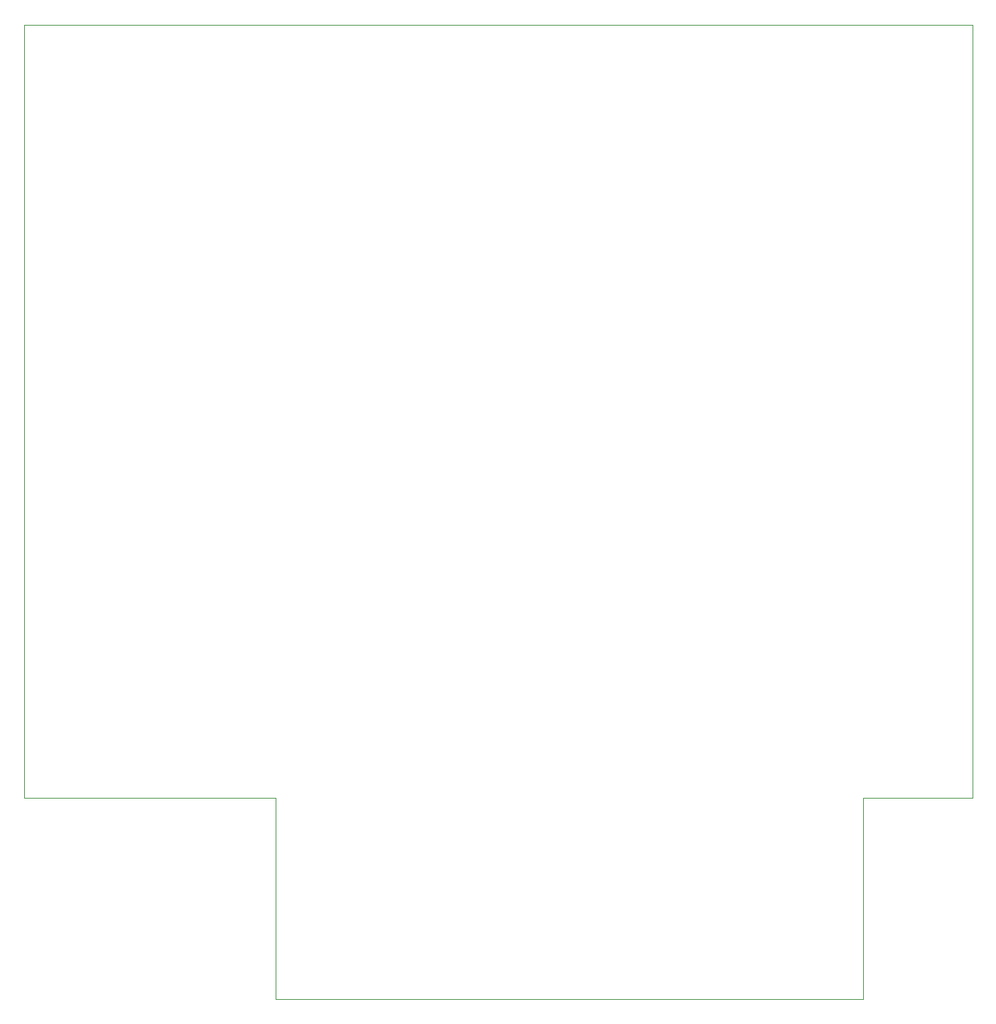
<source format=gbr>
%TF.GenerationSoftware,KiCad,Pcbnew,7.0.7*%
%TF.CreationDate,2024-05-12T11:23:56+02:00*%
%TF.ProjectId,Projekt,50726f6a-656b-4742-9e6b-696361645f70,rev?*%
%TF.SameCoordinates,Original*%
%TF.FileFunction,Profile,NP*%
%FSLAX46Y46*%
G04 Gerber Fmt 4.6, Leading zero omitted, Abs format (unit mm)*
G04 Created by KiCad (PCBNEW 7.0.7) date 2024-05-12 11:23:56*
%MOMM*%
%LPD*%
G01*
G04 APERTURE LIST*
%TA.AperFunction,Profile*%
%ADD10C,0.100000*%
%TD*%
G04 APERTURE END LIST*
D10*
X113000000Y-92000000D02*
X100000000Y-92000000D01*
X100000000Y-116000000D01*
X30000000Y-116000000D01*
X30000000Y-92000000D01*
X0Y-92000000D01*
X0Y0D01*
X113000000Y0D01*
X113000000Y-92000000D01*
M02*

</source>
